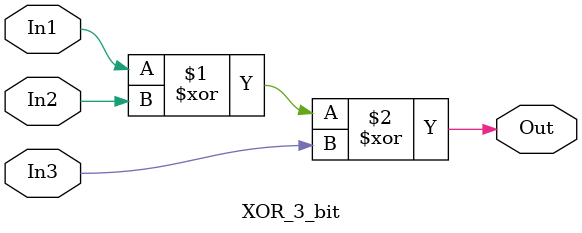
<source format=v>
module XOR_3_bit(In1, In2, In3, Out);
	input In1, In2, In3;
	output Out;
	
	assign Out = In1 ^ In2 ^ In3;
	
endmodule
</source>
